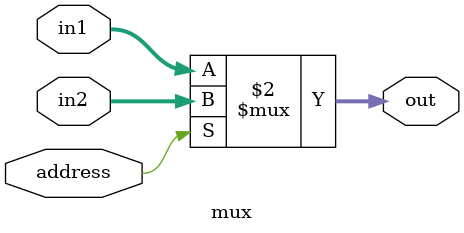
<source format=v>
module mux #( parameter n = 64 )( out  , address , in1 , in2 );
	parameter delay = 5;
	input [n-1:0] in1;
	input [n-1:0] in2;
	input address;

	//using reg for changing the data in the always
	output [n-1:0] out;

	assign  out = (address == 0 ) ? in1 : in2;  //just delay and the place differs
endmodule 
</source>
